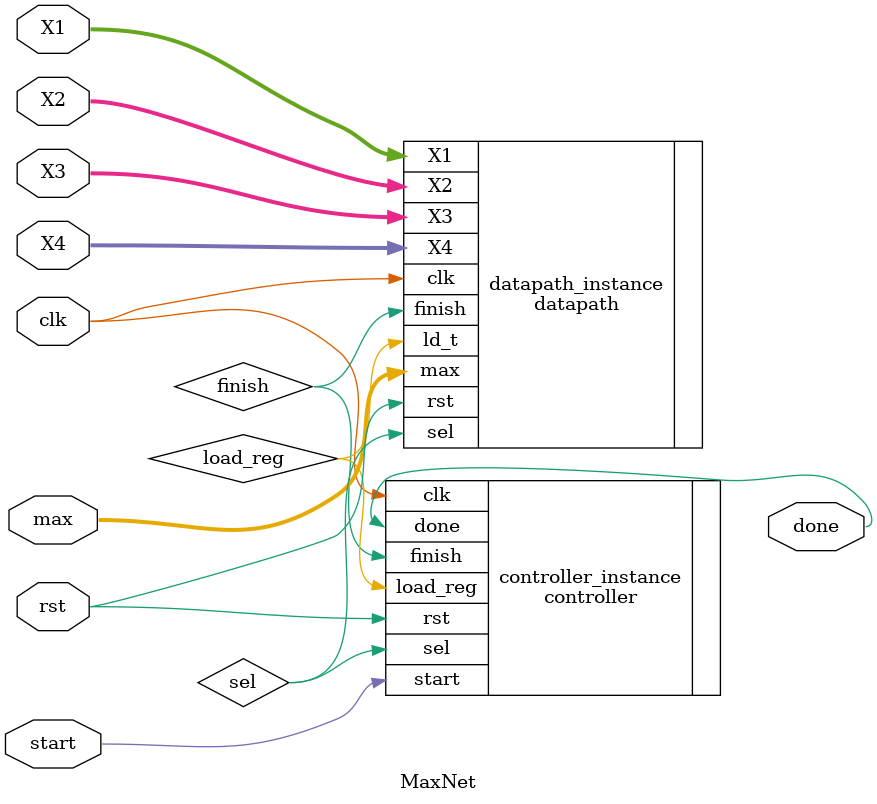
<source format=v>
module MaxNet (
    input clk, rst, start,
    input [4:0] X1, X2, X3, X4,max,
    output done
);
    

    wire finish, load_reg, sel;

    datapath  datapath_instance(.clk(clk),.rst(rst),.ld_t(load_reg),.sel(sel),.max(max),.finish(finish),.X1(X1),.X2(X2),.X3(X3),.X4(X4));
    controller controller_instance (.finish(finish),.start(start),.clk(clk),.rst(rst),.load_reg(load_reg),.sel(sel),.done(done));

endmodule
</source>
